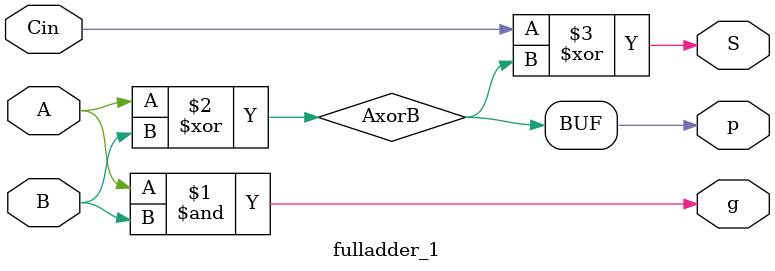
<source format=v>
module fulladder_1(A, B, Cin, p, g, S);
    input A, B, Cin;
    output p, g, S;
    
    wire AxorB;

    assign p = AxorB;
    assign g = A & B;

    assign AxorB = A^B;
    assign S = Cin ^ AxorB;

endmodule

</source>
